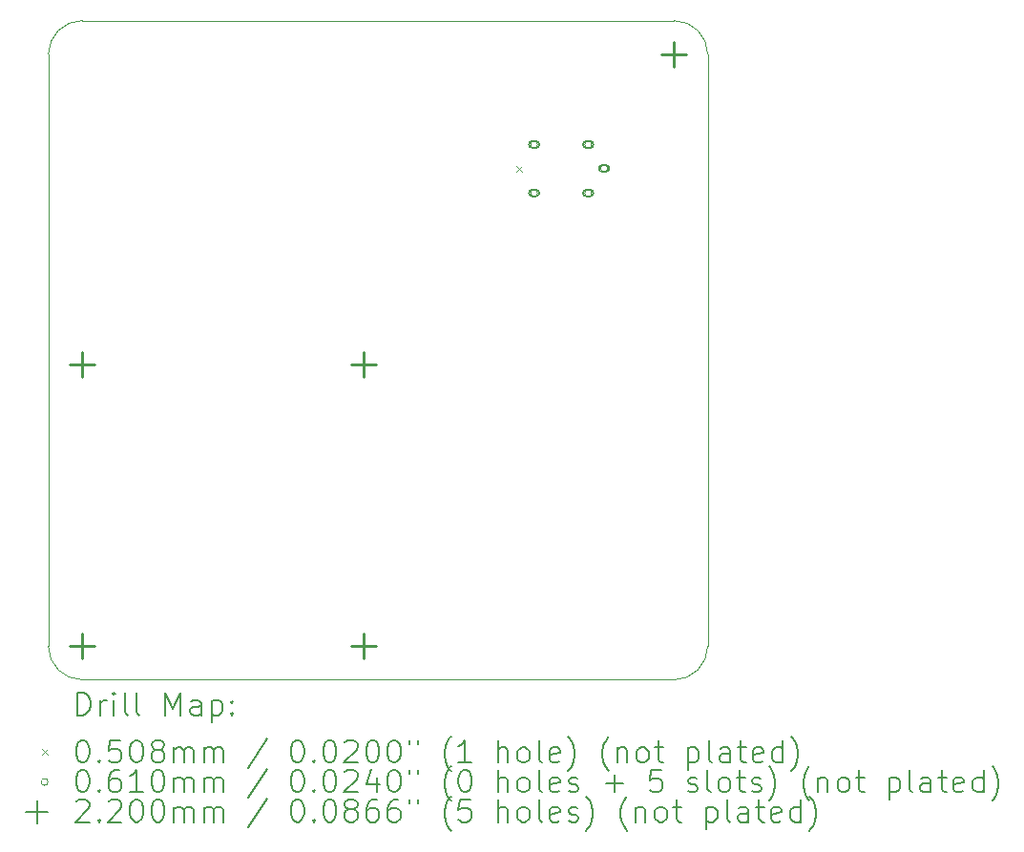
<source format=gbr>
%TF.GenerationSoftware,KiCad,Pcbnew,7.0.6*%
%TF.CreationDate,2024-03-18T22:30:34-04:00*%
%TF.ProjectId,Transmitter,5472616e-736d-4697-9474-65722e6b6963,rev?*%
%TF.SameCoordinates,Original*%
%TF.FileFunction,Drillmap*%
%TF.FilePolarity,Positive*%
%FSLAX45Y45*%
G04 Gerber Fmt 4.5, Leading zero omitted, Abs format (unit mm)*
G04 Created by KiCad (PCBNEW 7.0.6) date 2024-03-18 22:30:34*
%MOMM*%
%LPD*%
G01*
G04 APERTURE LIST*
%ADD10C,0.050000*%
%ADD11C,0.200000*%
%ADD12C,0.050800*%
%ADD13C,0.060960*%
%ADD14C,0.220000*%
G04 APERTURE END LIST*
D10*
X13750000Y-5700000D02*
G75*
G03*
X13450000Y-6000000I2132J-302132D01*
G01*
X13450000Y-6000000D02*
X13450000Y-11250000D01*
X19300000Y-11250000D02*
X19300000Y-6000000D01*
X19300000Y-6000000D02*
G75*
G03*
X19000000Y-5700000I-300000J0D01*
G01*
X13750000Y-11550000D02*
X19000000Y-11550000D01*
X19000000Y-5700000D02*
X13750000Y-5700000D01*
X13450000Y-11250000D02*
G75*
G03*
X13750000Y-11550000I300000J0D01*
G01*
X19000000Y-11550000D02*
G75*
G03*
X19300000Y-11250000I0J300000D01*
G01*
D11*
D12*
X17599600Y-6989600D02*
X17650400Y-7040400D01*
X17650400Y-6989600D02*
X17599600Y-7040400D01*
D13*
X17790480Y-6800000D02*
G75*
G03*
X17790480Y-6800000I-30480J0D01*
G01*
D11*
X17745000Y-6830480D02*
X17775000Y-6830480D01*
X17775000Y-6830480D02*
G75*
G03*
X17775000Y-6769520I0J30480D01*
G01*
X17775000Y-6769520D02*
X17745000Y-6769520D01*
X17745000Y-6769520D02*
G75*
G03*
X17745000Y-6830480I0J-30480D01*
G01*
D13*
X17790480Y-7230000D02*
G75*
G03*
X17790480Y-7230000I-30480J0D01*
G01*
D11*
X17745000Y-7260480D02*
X17775000Y-7260480D01*
X17775000Y-7260480D02*
G75*
G03*
X17775000Y-7199520I0J30480D01*
G01*
X17775000Y-7199520D02*
X17745000Y-7199520D01*
X17745000Y-7199520D02*
G75*
G03*
X17745000Y-7260480I0J-30480D01*
G01*
D13*
X18270480Y-6800000D02*
G75*
G03*
X18270480Y-6800000I-30480J0D01*
G01*
D11*
X18225000Y-6830480D02*
X18255000Y-6830480D01*
X18255000Y-6830480D02*
G75*
G03*
X18255000Y-6769520I0J30480D01*
G01*
X18255000Y-6769520D02*
X18225000Y-6769520D01*
X18225000Y-6769520D02*
G75*
G03*
X18225000Y-6830480I0J-30480D01*
G01*
D13*
X18270480Y-7230000D02*
G75*
G03*
X18270480Y-7230000I-30480J0D01*
G01*
D11*
X18225000Y-7260480D02*
X18255000Y-7260480D01*
X18255000Y-7260480D02*
G75*
G03*
X18255000Y-7199520I0J30480D01*
G01*
X18255000Y-7199520D02*
X18225000Y-7199520D01*
X18225000Y-7199520D02*
G75*
G03*
X18225000Y-7260480I0J-30480D01*
G01*
D13*
X18410480Y-7012500D02*
G75*
G03*
X18410480Y-7012500I-30480J0D01*
G01*
D11*
X18365000Y-7042980D02*
X18395000Y-7042980D01*
X18395000Y-7042980D02*
G75*
G03*
X18395000Y-6982020I0J30480D01*
G01*
X18395000Y-6982020D02*
X18365000Y-6982020D01*
X18365000Y-6982020D02*
G75*
G03*
X18365000Y-7042980I0J-30480D01*
G01*
D14*
X13750000Y-8640000D02*
X13750000Y-8860000D01*
X13640000Y-8750000D02*
X13860000Y-8750000D01*
X13750000Y-11140000D02*
X13750000Y-11360000D01*
X13640000Y-11250000D02*
X13860000Y-11250000D01*
X16250000Y-8640000D02*
X16250000Y-8860000D01*
X16140000Y-8750000D02*
X16360000Y-8750000D01*
X16250000Y-11140000D02*
X16250000Y-11360000D01*
X16140000Y-11250000D02*
X16360000Y-11250000D01*
X19000000Y-5890000D02*
X19000000Y-6110000D01*
X18890000Y-6000000D02*
X19110000Y-6000000D01*
D11*
X13708277Y-11863984D02*
X13708277Y-11663984D01*
X13708277Y-11663984D02*
X13755896Y-11663984D01*
X13755896Y-11663984D02*
X13784467Y-11673508D01*
X13784467Y-11673508D02*
X13803515Y-11692555D01*
X13803515Y-11692555D02*
X13813039Y-11711603D01*
X13813039Y-11711603D02*
X13822562Y-11749698D01*
X13822562Y-11749698D02*
X13822562Y-11778269D01*
X13822562Y-11778269D02*
X13813039Y-11816365D01*
X13813039Y-11816365D02*
X13803515Y-11835412D01*
X13803515Y-11835412D02*
X13784467Y-11854460D01*
X13784467Y-11854460D02*
X13755896Y-11863984D01*
X13755896Y-11863984D02*
X13708277Y-11863984D01*
X13908277Y-11863984D02*
X13908277Y-11730650D01*
X13908277Y-11768746D02*
X13917801Y-11749698D01*
X13917801Y-11749698D02*
X13927324Y-11740174D01*
X13927324Y-11740174D02*
X13946372Y-11730650D01*
X13946372Y-11730650D02*
X13965420Y-11730650D01*
X14032086Y-11863984D02*
X14032086Y-11730650D01*
X14032086Y-11663984D02*
X14022562Y-11673508D01*
X14022562Y-11673508D02*
X14032086Y-11683031D01*
X14032086Y-11683031D02*
X14041610Y-11673508D01*
X14041610Y-11673508D02*
X14032086Y-11663984D01*
X14032086Y-11663984D02*
X14032086Y-11683031D01*
X14155896Y-11863984D02*
X14136848Y-11854460D01*
X14136848Y-11854460D02*
X14127324Y-11835412D01*
X14127324Y-11835412D02*
X14127324Y-11663984D01*
X14260658Y-11863984D02*
X14241610Y-11854460D01*
X14241610Y-11854460D02*
X14232086Y-11835412D01*
X14232086Y-11835412D02*
X14232086Y-11663984D01*
X14489229Y-11863984D02*
X14489229Y-11663984D01*
X14489229Y-11663984D02*
X14555896Y-11806841D01*
X14555896Y-11806841D02*
X14622562Y-11663984D01*
X14622562Y-11663984D02*
X14622562Y-11863984D01*
X14803515Y-11863984D02*
X14803515Y-11759222D01*
X14803515Y-11759222D02*
X14793991Y-11740174D01*
X14793991Y-11740174D02*
X14774943Y-11730650D01*
X14774943Y-11730650D02*
X14736848Y-11730650D01*
X14736848Y-11730650D02*
X14717801Y-11740174D01*
X14803515Y-11854460D02*
X14784467Y-11863984D01*
X14784467Y-11863984D02*
X14736848Y-11863984D01*
X14736848Y-11863984D02*
X14717801Y-11854460D01*
X14717801Y-11854460D02*
X14708277Y-11835412D01*
X14708277Y-11835412D02*
X14708277Y-11816365D01*
X14708277Y-11816365D02*
X14717801Y-11797317D01*
X14717801Y-11797317D02*
X14736848Y-11787793D01*
X14736848Y-11787793D02*
X14784467Y-11787793D01*
X14784467Y-11787793D02*
X14803515Y-11778269D01*
X14898753Y-11730650D02*
X14898753Y-11930650D01*
X14898753Y-11740174D02*
X14917801Y-11730650D01*
X14917801Y-11730650D02*
X14955896Y-11730650D01*
X14955896Y-11730650D02*
X14974943Y-11740174D01*
X14974943Y-11740174D02*
X14984467Y-11749698D01*
X14984467Y-11749698D02*
X14993991Y-11768746D01*
X14993991Y-11768746D02*
X14993991Y-11825888D01*
X14993991Y-11825888D02*
X14984467Y-11844936D01*
X14984467Y-11844936D02*
X14974943Y-11854460D01*
X14974943Y-11854460D02*
X14955896Y-11863984D01*
X14955896Y-11863984D02*
X14917801Y-11863984D01*
X14917801Y-11863984D02*
X14898753Y-11854460D01*
X15079705Y-11844936D02*
X15089229Y-11854460D01*
X15089229Y-11854460D02*
X15079705Y-11863984D01*
X15079705Y-11863984D02*
X15070182Y-11854460D01*
X15070182Y-11854460D02*
X15079705Y-11844936D01*
X15079705Y-11844936D02*
X15079705Y-11863984D01*
X15079705Y-11740174D02*
X15089229Y-11749698D01*
X15089229Y-11749698D02*
X15079705Y-11759222D01*
X15079705Y-11759222D02*
X15070182Y-11749698D01*
X15070182Y-11749698D02*
X15079705Y-11740174D01*
X15079705Y-11740174D02*
X15079705Y-11759222D01*
D12*
X13396700Y-12167100D02*
X13447500Y-12217900D01*
X13447500Y-12167100D02*
X13396700Y-12217900D01*
D11*
X13746372Y-12083984D02*
X13765420Y-12083984D01*
X13765420Y-12083984D02*
X13784467Y-12093508D01*
X13784467Y-12093508D02*
X13793991Y-12103031D01*
X13793991Y-12103031D02*
X13803515Y-12122079D01*
X13803515Y-12122079D02*
X13813039Y-12160174D01*
X13813039Y-12160174D02*
X13813039Y-12207793D01*
X13813039Y-12207793D02*
X13803515Y-12245888D01*
X13803515Y-12245888D02*
X13793991Y-12264936D01*
X13793991Y-12264936D02*
X13784467Y-12274460D01*
X13784467Y-12274460D02*
X13765420Y-12283984D01*
X13765420Y-12283984D02*
X13746372Y-12283984D01*
X13746372Y-12283984D02*
X13727324Y-12274460D01*
X13727324Y-12274460D02*
X13717801Y-12264936D01*
X13717801Y-12264936D02*
X13708277Y-12245888D01*
X13708277Y-12245888D02*
X13698753Y-12207793D01*
X13698753Y-12207793D02*
X13698753Y-12160174D01*
X13698753Y-12160174D02*
X13708277Y-12122079D01*
X13708277Y-12122079D02*
X13717801Y-12103031D01*
X13717801Y-12103031D02*
X13727324Y-12093508D01*
X13727324Y-12093508D02*
X13746372Y-12083984D01*
X13898753Y-12264936D02*
X13908277Y-12274460D01*
X13908277Y-12274460D02*
X13898753Y-12283984D01*
X13898753Y-12283984D02*
X13889229Y-12274460D01*
X13889229Y-12274460D02*
X13898753Y-12264936D01*
X13898753Y-12264936D02*
X13898753Y-12283984D01*
X14089229Y-12083984D02*
X13993991Y-12083984D01*
X13993991Y-12083984D02*
X13984467Y-12179222D01*
X13984467Y-12179222D02*
X13993991Y-12169698D01*
X13993991Y-12169698D02*
X14013039Y-12160174D01*
X14013039Y-12160174D02*
X14060658Y-12160174D01*
X14060658Y-12160174D02*
X14079705Y-12169698D01*
X14079705Y-12169698D02*
X14089229Y-12179222D01*
X14089229Y-12179222D02*
X14098753Y-12198269D01*
X14098753Y-12198269D02*
X14098753Y-12245888D01*
X14098753Y-12245888D02*
X14089229Y-12264936D01*
X14089229Y-12264936D02*
X14079705Y-12274460D01*
X14079705Y-12274460D02*
X14060658Y-12283984D01*
X14060658Y-12283984D02*
X14013039Y-12283984D01*
X14013039Y-12283984D02*
X13993991Y-12274460D01*
X13993991Y-12274460D02*
X13984467Y-12264936D01*
X14222562Y-12083984D02*
X14241610Y-12083984D01*
X14241610Y-12083984D02*
X14260658Y-12093508D01*
X14260658Y-12093508D02*
X14270182Y-12103031D01*
X14270182Y-12103031D02*
X14279705Y-12122079D01*
X14279705Y-12122079D02*
X14289229Y-12160174D01*
X14289229Y-12160174D02*
X14289229Y-12207793D01*
X14289229Y-12207793D02*
X14279705Y-12245888D01*
X14279705Y-12245888D02*
X14270182Y-12264936D01*
X14270182Y-12264936D02*
X14260658Y-12274460D01*
X14260658Y-12274460D02*
X14241610Y-12283984D01*
X14241610Y-12283984D02*
X14222562Y-12283984D01*
X14222562Y-12283984D02*
X14203515Y-12274460D01*
X14203515Y-12274460D02*
X14193991Y-12264936D01*
X14193991Y-12264936D02*
X14184467Y-12245888D01*
X14184467Y-12245888D02*
X14174943Y-12207793D01*
X14174943Y-12207793D02*
X14174943Y-12160174D01*
X14174943Y-12160174D02*
X14184467Y-12122079D01*
X14184467Y-12122079D02*
X14193991Y-12103031D01*
X14193991Y-12103031D02*
X14203515Y-12093508D01*
X14203515Y-12093508D02*
X14222562Y-12083984D01*
X14403515Y-12169698D02*
X14384467Y-12160174D01*
X14384467Y-12160174D02*
X14374943Y-12150650D01*
X14374943Y-12150650D02*
X14365420Y-12131603D01*
X14365420Y-12131603D02*
X14365420Y-12122079D01*
X14365420Y-12122079D02*
X14374943Y-12103031D01*
X14374943Y-12103031D02*
X14384467Y-12093508D01*
X14384467Y-12093508D02*
X14403515Y-12083984D01*
X14403515Y-12083984D02*
X14441610Y-12083984D01*
X14441610Y-12083984D02*
X14460658Y-12093508D01*
X14460658Y-12093508D02*
X14470182Y-12103031D01*
X14470182Y-12103031D02*
X14479705Y-12122079D01*
X14479705Y-12122079D02*
X14479705Y-12131603D01*
X14479705Y-12131603D02*
X14470182Y-12150650D01*
X14470182Y-12150650D02*
X14460658Y-12160174D01*
X14460658Y-12160174D02*
X14441610Y-12169698D01*
X14441610Y-12169698D02*
X14403515Y-12169698D01*
X14403515Y-12169698D02*
X14384467Y-12179222D01*
X14384467Y-12179222D02*
X14374943Y-12188746D01*
X14374943Y-12188746D02*
X14365420Y-12207793D01*
X14365420Y-12207793D02*
X14365420Y-12245888D01*
X14365420Y-12245888D02*
X14374943Y-12264936D01*
X14374943Y-12264936D02*
X14384467Y-12274460D01*
X14384467Y-12274460D02*
X14403515Y-12283984D01*
X14403515Y-12283984D02*
X14441610Y-12283984D01*
X14441610Y-12283984D02*
X14460658Y-12274460D01*
X14460658Y-12274460D02*
X14470182Y-12264936D01*
X14470182Y-12264936D02*
X14479705Y-12245888D01*
X14479705Y-12245888D02*
X14479705Y-12207793D01*
X14479705Y-12207793D02*
X14470182Y-12188746D01*
X14470182Y-12188746D02*
X14460658Y-12179222D01*
X14460658Y-12179222D02*
X14441610Y-12169698D01*
X14565420Y-12283984D02*
X14565420Y-12150650D01*
X14565420Y-12169698D02*
X14574943Y-12160174D01*
X14574943Y-12160174D02*
X14593991Y-12150650D01*
X14593991Y-12150650D02*
X14622563Y-12150650D01*
X14622563Y-12150650D02*
X14641610Y-12160174D01*
X14641610Y-12160174D02*
X14651134Y-12179222D01*
X14651134Y-12179222D02*
X14651134Y-12283984D01*
X14651134Y-12179222D02*
X14660658Y-12160174D01*
X14660658Y-12160174D02*
X14679705Y-12150650D01*
X14679705Y-12150650D02*
X14708277Y-12150650D01*
X14708277Y-12150650D02*
X14727324Y-12160174D01*
X14727324Y-12160174D02*
X14736848Y-12179222D01*
X14736848Y-12179222D02*
X14736848Y-12283984D01*
X14832086Y-12283984D02*
X14832086Y-12150650D01*
X14832086Y-12169698D02*
X14841610Y-12160174D01*
X14841610Y-12160174D02*
X14860658Y-12150650D01*
X14860658Y-12150650D02*
X14889229Y-12150650D01*
X14889229Y-12150650D02*
X14908277Y-12160174D01*
X14908277Y-12160174D02*
X14917801Y-12179222D01*
X14917801Y-12179222D02*
X14917801Y-12283984D01*
X14917801Y-12179222D02*
X14927324Y-12160174D01*
X14927324Y-12160174D02*
X14946372Y-12150650D01*
X14946372Y-12150650D02*
X14974943Y-12150650D01*
X14974943Y-12150650D02*
X14993991Y-12160174D01*
X14993991Y-12160174D02*
X15003515Y-12179222D01*
X15003515Y-12179222D02*
X15003515Y-12283984D01*
X15393991Y-12074460D02*
X15222563Y-12331603D01*
X15651134Y-12083984D02*
X15670182Y-12083984D01*
X15670182Y-12083984D02*
X15689229Y-12093508D01*
X15689229Y-12093508D02*
X15698753Y-12103031D01*
X15698753Y-12103031D02*
X15708277Y-12122079D01*
X15708277Y-12122079D02*
X15717801Y-12160174D01*
X15717801Y-12160174D02*
X15717801Y-12207793D01*
X15717801Y-12207793D02*
X15708277Y-12245888D01*
X15708277Y-12245888D02*
X15698753Y-12264936D01*
X15698753Y-12264936D02*
X15689229Y-12274460D01*
X15689229Y-12274460D02*
X15670182Y-12283984D01*
X15670182Y-12283984D02*
X15651134Y-12283984D01*
X15651134Y-12283984D02*
X15632086Y-12274460D01*
X15632086Y-12274460D02*
X15622563Y-12264936D01*
X15622563Y-12264936D02*
X15613039Y-12245888D01*
X15613039Y-12245888D02*
X15603515Y-12207793D01*
X15603515Y-12207793D02*
X15603515Y-12160174D01*
X15603515Y-12160174D02*
X15613039Y-12122079D01*
X15613039Y-12122079D02*
X15622563Y-12103031D01*
X15622563Y-12103031D02*
X15632086Y-12093508D01*
X15632086Y-12093508D02*
X15651134Y-12083984D01*
X15803515Y-12264936D02*
X15813039Y-12274460D01*
X15813039Y-12274460D02*
X15803515Y-12283984D01*
X15803515Y-12283984D02*
X15793991Y-12274460D01*
X15793991Y-12274460D02*
X15803515Y-12264936D01*
X15803515Y-12264936D02*
X15803515Y-12283984D01*
X15936848Y-12083984D02*
X15955896Y-12083984D01*
X15955896Y-12083984D02*
X15974944Y-12093508D01*
X15974944Y-12093508D02*
X15984467Y-12103031D01*
X15984467Y-12103031D02*
X15993991Y-12122079D01*
X15993991Y-12122079D02*
X16003515Y-12160174D01*
X16003515Y-12160174D02*
X16003515Y-12207793D01*
X16003515Y-12207793D02*
X15993991Y-12245888D01*
X15993991Y-12245888D02*
X15984467Y-12264936D01*
X15984467Y-12264936D02*
X15974944Y-12274460D01*
X15974944Y-12274460D02*
X15955896Y-12283984D01*
X15955896Y-12283984D02*
X15936848Y-12283984D01*
X15936848Y-12283984D02*
X15917801Y-12274460D01*
X15917801Y-12274460D02*
X15908277Y-12264936D01*
X15908277Y-12264936D02*
X15898753Y-12245888D01*
X15898753Y-12245888D02*
X15889229Y-12207793D01*
X15889229Y-12207793D02*
X15889229Y-12160174D01*
X15889229Y-12160174D02*
X15898753Y-12122079D01*
X15898753Y-12122079D02*
X15908277Y-12103031D01*
X15908277Y-12103031D02*
X15917801Y-12093508D01*
X15917801Y-12093508D02*
X15936848Y-12083984D01*
X16079706Y-12103031D02*
X16089229Y-12093508D01*
X16089229Y-12093508D02*
X16108277Y-12083984D01*
X16108277Y-12083984D02*
X16155896Y-12083984D01*
X16155896Y-12083984D02*
X16174944Y-12093508D01*
X16174944Y-12093508D02*
X16184467Y-12103031D01*
X16184467Y-12103031D02*
X16193991Y-12122079D01*
X16193991Y-12122079D02*
X16193991Y-12141127D01*
X16193991Y-12141127D02*
X16184467Y-12169698D01*
X16184467Y-12169698D02*
X16070182Y-12283984D01*
X16070182Y-12283984D02*
X16193991Y-12283984D01*
X16317801Y-12083984D02*
X16336848Y-12083984D01*
X16336848Y-12083984D02*
X16355896Y-12093508D01*
X16355896Y-12093508D02*
X16365420Y-12103031D01*
X16365420Y-12103031D02*
X16374944Y-12122079D01*
X16374944Y-12122079D02*
X16384467Y-12160174D01*
X16384467Y-12160174D02*
X16384467Y-12207793D01*
X16384467Y-12207793D02*
X16374944Y-12245888D01*
X16374944Y-12245888D02*
X16365420Y-12264936D01*
X16365420Y-12264936D02*
X16355896Y-12274460D01*
X16355896Y-12274460D02*
X16336848Y-12283984D01*
X16336848Y-12283984D02*
X16317801Y-12283984D01*
X16317801Y-12283984D02*
X16298753Y-12274460D01*
X16298753Y-12274460D02*
X16289229Y-12264936D01*
X16289229Y-12264936D02*
X16279706Y-12245888D01*
X16279706Y-12245888D02*
X16270182Y-12207793D01*
X16270182Y-12207793D02*
X16270182Y-12160174D01*
X16270182Y-12160174D02*
X16279706Y-12122079D01*
X16279706Y-12122079D02*
X16289229Y-12103031D01*
X16289229Y-12103031D02*
X16298753Y-12093508D01*
X16298753Y-12093508D02*
X16317801Y-12083984D01*
X16508277Y-12083984D02*
X16527325Y-12083984D01*
X16527325Y-12083984D02*
X16546372Y-12093508D01*
X16546372Y-12093508D02*
X16555896Y-12103031D01*
X16555896Y-12103031D02*
X16565420Y-12122079D01*
X16565420Y-12122079D02*
X16574944Y-12160174D01*
X16574944Y-12160174D02*
X16574944Y-12207793D01*
X16574944Y-12207793D02*
X16565420Y-12245888D01*
X16565420Y-12245888D02*
X16555896Y-12264936D01*
X16555896Y-12264936D02*
X16546372Y-12274460D01*
X16546372Y-12274460D02*
X16527325Y-12283984D01*
X16527325Y-12283984D02*
X16508277Y-12283984D01*
X16508277Y-12283984D02*
X16489229Y-12274460D01*
X16489229Y-12274460D02*
X16479706Y-12264936D01*
X16479706Y-12264936D02*
X16470182Y-12245888D01*
X16470182Y-12245888D02*
X16460658Y-12207793D01*
X16460658Y-12207793D02*
X16460658Y-12160174D01*
X16460658Y-12160174D02*
X16470182Y-12122079D01*
X16470182Y-12122079D02*
X16479706Y-12103031D01*
X16479706Y-12103031D02*
X16489229Y-12093508D01*
X16489229Y-12093508D02*
X16508277Y-12083984D01*
X16651134Y-12083984D02*
X16651134Y-12122079D01*
X16727325Y-12083984D02*
X16727325Y-12122079D01*
X17022563Y-12360174D02*
X17013039Y-12350650D01*
X17013039Y-12350650D02*
X16993991Y-12322079D01*
X16993991Y-12322079D02*
X16984468Y-12303031D01*
X16984468Y-12303031D02*
X16974944Y-12274460D01*
X16974944Y-12274460D02*
X16965420Y-12226841D01*
X16965420Y-12226841D02*
X16965420Y-12188746D01*
X16965420Y-12188746D02*
X16974944Y-12141127D01*
X16974944Y-12141127D02*
X16984468Y-12112555D01*
X16984468Y-12112555D02*
X16993991Y-12093508D01*
X16993991Y-12093508D02*
X17013039Y-12064936D01*
X17013039Y-12064936D02*
X17022563Y-12055412D01*
X17203515Y-12283984D02*
X17089230Y-12283984D01*
X17146372Y-12283984D02*
X17146372Y-12083984D01*
X17146372Y-12083984D02*
X17127325Y-12112555D01*
X17127325Y-12112555D02*
X17108277Y-12131603D01*
X17108277Y-12131603D02*
X17089230Y-12141127D01*
X17441611Y-12283984D02*
X17441611Y-12083984D01*
X17527325Y-12283984D02*
X17527325Y-12179222D01*
X17527325Y-12179222D02*
X17517801Y-12160174D01*
X17517801Y-12160174D02*
X17498753Y-12150650D01*
X17498753Y-12150650D02*
X17470182Y-12150650D01*
X17470182Y-12150650D02*
X17451134Y-12160174D01*
X17451134Y-12160174D02*
X17441611Y-12169698D01*
X17651134Y-12283984D02*
X17632087Y-12274460D01*
X17632087Y-12274460D02*
X17622563Y-12264936D01*
X17622563Y-12264936D02*
X17613039Y-12245888D01*
X17613039Y-12245888D02*
X17613039Y-12188746D01*
X17613039Y-12188746D02*
X17622563Y-12169698D01*
X17622563Y-12169698D02*
X17632087Y-12160174D01*
X17632087Y-12160174D02*
X17651134Y-12150650D01*
X17651134Y-12150650D02*
X17679706Y-12150650D01*
X17679706Y-12150650D02*
X17698753Y-12160174D01*
X17698753Y-12160174D02*
X17708277Y-12169698D01*
X17708277Y-12169698D02*
X17717801Y-12188746D01*
X17717801Y-12188746D02*
X17717801Y-12245888D01*
X17717801Y-12245888D02*
X17708277Y-12264936D01*
X17708277Y-12264936D02*
X17698753Y-12274460D01*
X17698753Y-12274460D02*
X17679706Y-12283984D01*
X17679706Y-12283984D02*
X17651134Y-12283984D01*
X17832087Y-12283984D02*
X17813039Y-12274460D01*
X17813039Y-12274460D02*
X17803515Y-12255412D01*
X17803515Y-12255412D02*
X17803515Y-12083984D01*
X17984468Y-12274460D02*
X17965420Y-12283984D01*
X17965420Y-12283984D02*
X17927325Y-12283984D01*
X17927325Y-12283984D02*
X17908277Y-12274460D01*
X17908277Y-12274460D02*
X17898753Y-12255412D01*
X17898753Y-12255412D02*
X17898753Y-12179222D01*
X17898753Y-12179222D02*
X17908277Y-12160174D01*
X17908277Y-12160174D02*
X17927325Y-12150650D01*
X17927325Y-12150650D02*
X17965420Y-12150650D01*
X17965420Y-12150650D02*
X17984468Y-12160174D01*
X17984468Y-12160174D02*
X17993992Y-12179222D01*
X17993992Y-12179222D02*
X17993992Y-12198269D01*
X17993992Y-12198269D02*
X17898753Y-12217317D01*
X18060658Y-12360174D02*
X18070182Y-12350650D01*
X18070182Y-12350650D02*
X18089230Y-12322079D01*
X18089230Y-12322079D02*
X18098753Y-12303031D01*
X18098753Y-12303031D02*
X18108277Y-12274460D01*
X18108277Y-12274460D02*
X18117801Y-12226841D01*
X18117801Y-12226841D02*
X18117801Y-12188746D01*
X18117801Y-12188746D02*
X18108277Y-12141127D01*
X18108277Y-12141127D02*
X18098753Y-12112555D01*
X18098753Y-12112555D02*
X18089230Y-12093508D01*
X18089230Y-12093508D02*
X18070182Y-12064936D01*
X18070182Y-12064936D02*
X18060658Y-12055412D01*
X18422563Y-12360174D02*
X18413039Y-12350650D01*
X18413039Y-12350650D02*
X18393992Y-12322079D01*
X18393992Y-12322079D02*
X18384468Y-12303031D01*
X18384468Y-12303031D02*
X18374944Y-12274460D01*
X18374944Y-12274460D02*
X18365420Y-12226841D01*
X18365420Y-12226841D02*
X18365420Y-12188746D01*
X18365420Y-12188746D02*
X18374944Y-12141127D01*
X18374944Y-12141127D02*
X18384468Y-12112555D01*
X18384468Y-12112555D02*
X18393992Y-12093508D01*
X18393992Y-12093508D02*
X18413039Y-12064936D01*
X18413039Y-12064936D02*
X18422563Y-12055412D01*
X18498753Y-12150650D02*
X18498753Y-12283984D01*
X18498753Y-12169698D02*
X18508277Y-12160174D01*
X18508277Y-12160174D02*
X18527325Y-12150650D01*
X18527325Y-12150650D02*
X18555896Y-12150650D01*
X18555896Y-12150650D02*
X18574944Y-12160174D01*
X18574944Y-12160174D02*
X18584468Y-12179222D01*
X18584468Y-12179222D02*
X18584468Y-12283984D01*
X18708277Y-12283984D02*
X18689230Y-12274460D01*
X18689230Y-12274460D02*
X18679706Y-12264936D01*
X18679706Y-12264936D02*
X18670182Y-12245888D01*
X18670182Y-12245888D02*
X18670182Y-12188746D01*
X18670182Y-12188746D02*
X18679706Y-12169698D01*
X18679706Y-12169698D02*
X18689230Y-12160174D01*
X18689230Y-12160174D02*
X18708277Y-12150650D01*
X18708277Y-12150650D02*
X18736849Y-12150650D01*
X18736849Y-12150650D02*
X18755896Y-12160174D01*
X18755896Y-12160174D02*
X18765420Y-12169698D01*
X18765420Y-12169698D02*
X18774944Y-12188746D01*
X18774944Y-12188746D02*
X18774944Y-12245888D01*
X18774944Y-12245888D02*
X18765420Y-12264936D01*
X18765420Y-12264936D02*
X18755896Y-12274460D01*
X18755896Y-12274460D02*
X18736849Y-12283984D01*
X18736849Y-12283984D02*
X18708277Y-12283984D01*
X18832087Y-12150650D02*
X18908277Y-12150650D01*
X18860658Y-12083984D02*
X18860658Y-12255412D01*
X18860658Y-12255412D02*
X18870182Y-12274460D01*
X18870182Y-12274460D02*
X18889230Y-12283984D01*
X18889230Y-12283984D02*
X18908277Y-12283984D01*
X19127325Y-12150650D02*
X19127325Y-12350650D01*
X19127325Y-12160174D02*
X19146373Y-12150650D01*
X19146373Y-12150650D02*
X19184468Y-12150650D01*
X19184468Y-12150650D02*
X19203515Y-12160174D01*
X19203515Y-12160174D02*
X19213039Y-12169698D01*
X19213039Y-12169698D02*
X19222563Y-12188746D01*
X19222563Y-12188746D02*
X19222563Y-12245888D01*
X19222563Y-12245888D02*
X19213039Y-12264936D01*
X19213039Y-12264936D02*
X19203515Y-12274460D01*
X19203515Y-12274460D02*
X19184468Y-12283984D01*
X19184468Y-12283984D02*
X19146373Y-12283984D01*
X19146373Y-12283984D02*
X19127325Y-12274460D01*
X19336849Y-12283984D02*
X19317801Y-12274460D01*
X19317801Y-12274460D02*
X19308277Y-12255412D01*
X19308277Y-12255412D02*
X19308277Y-12083984D01*
X19498754Y-12283984D02*
X19498754Y-12179222D01*
X19498754Y-12179222D02*
X19489230Y-12160174D01*
X19489230Y-12160174D02*
X19470182Y-12150650D01*
X19470182Y-12150650D02*
X19432087Y-12150650D01*
X19432087Y-12150650D02*
X19413039Y-12160174D01*
X19498754Y-12274460D02*
X19479706Y-12283984D01*
X19479706Y-12283984D02*
X19432087Y-12283984D01*
X19432087Y-12283984D02*
X19413039Y-12274460D01*
X19413039Y-12274460D02*
X19403515Y-12255412D01*
X19403515Y-12255412D02*
X19403515Y-12236365D01*
X19403515Y-12236365D02*
X19413039Y-12217317D01*
X19413039Y-12217317D02*
X19432087Y-12207793D01*
X19432087Y-12207793D02*
X19479706Y-12207793D01*
X19479706Y-12207793D02*
X19498754Y-12198269D01*
X19565420Y-12150650D02*
X19641611Y-12150650D01*
X19593992Y-12083984D02*
X19593992Y-12255412D01*
X19593992Y-12255412D02*
X19603515Y-12274460D01*
X19603515Y-12274460D02*
X19622563Y-12283984D01*
X19622563Y-12283984D02*
X19641611Y-12283984D01*
X19784468Y-12274460D02*
X19765420Y-12283984D01*
X19765420Y-12283984D02*
X19727325Y-12283984D01*
X19727325Y-12283984D02*
X19708277Y-12274460D01*
X19708277Y-12274460D02*
X19698754Y-12255412D01*
X19698754Y-12255412D02*
X19698754Y-12179222D01*
X19698754Y-12179222D02*
X19708277Y-12160174D01*
X19708277Y-12160174D02*
X19727325Y-12150650D01*
X19727325Y-12150650D02*
X19765420Y-12150650D01*
X19765420Y-12150650D02*
X19784468Y-12160174D01*
X19784468Y-12160174D02*
X19793992Y-12179222D01*
X19793992Y-12179222D02*
X19793992Y-12198269D01*
X19793992Y-12198269D02*
X19698754Y-12217317D01*
X19965420Y-12283984D02*
X19965420Y-12083984D01*
X19965420Y-12274460D02*
X19946373Y-12283984D01*
X19946373Y-12283984D02*
X19908277Y-12283984D01*
X19908277Y-12283984D02*
X19889230Y-12274460D01*
X19889230Y-12274460D02*
X19879706Y-12264936D01*
X19879706Y-12264936D02*
X19870182Y-12245888D01*
X19870182Y-12245888D02*
X19870182Y-12188746D01*
X19870182Y-12188746D02*
X19879706Y-12169698D01*
X19879706Y-12169698D02*
X19889230Y-12160174D01*
X19889230Y-12160174D02*
X19908277Y-12150650D01*
X19908277Y-12150650D02*
X19946373Y-12150650D01*
X19946373Y-12150650D02*
X19965420Y-12160174D01*
X20041611Y-12360174D02*
X20051135Y-12350650D01*
X20051135Y-12350650D02*
X20070182Y-12322079D01*
X20070182Y-12322079D02*
X20079706Y-12303031D01*
X20079706Y-12303031D02*
X20089230Y-12274460D01*
X20089230Y-12274460D02*
X20098754Y-12226841D01*
X20098754Y-12226841D02*
X20098754Y-12188746D01*
X20098754Y-12188746D02*
X20089230Y-12141127D01*
X20089230Y-12141127D02*
X20079706Y-12112555D01*
X20079706Y-12112555D02*
X20070182Y-12093508D01*
X20070182Y-12093508D02*
X20051135Y-12064936D01*
X20051135Y-12064936D02*
X20041611Y-12055412D01*
D13*
X13447500Y-12456500D02*
G75*
G03*
X13447500Y-12456500I-30480J0D01*
G01*
D11*
X13746372Y-12347984D02*
X13765420Y-12347984D01*
X13765420Y-12347984D02*
X13784467Y-12357508D01*
X13784467Y-12357508D02*
X13793991Y-12367031D01*
X13793991Y-12367031D02*
X13803515Y-12386079D01*
X13803515Y-12386079D02*
X13813039Y-12424174D01*
X13813039Y-12424174D02*
X13813039Y-12471793D01*
X13813039Y-12471793D02*
X13803515Y-12509888D01*
X13803515Y-12509888D02*
X13793991Y-12528936D01*
X13793991Y-12528936D02*
X13784467Y-12538460D01*
X13784467Y-12538460D02*
X13765420Y-12547984D01*
X13765420Y-12547984D02*
X13746372Y-12547984D01*
X13746372Y-12547984D02*
X13727324Y-12538460D01*
X13727324Y-12538460D02*
X13717801Y-12528936D01*
X13717801Y-12528936D02*
X13708277Y-12509888D01*
X13708277Y-12509888D02*
X13698753Y-12471793D01*
X13698753Y-12471793D02*
X13698753Y-12424174D01*
X13698753Y-12424174D02*
X13708277Y-12386079D01*
X13708277Y-12386079D02*
X13717801Y-12367031D01*
X13717801Y-12367031D02*
X13727324Y-12357508D01*
X13727324Y-12357508D02*
X13746372Y-12347984D01*
X13898753Y-12528936D02*
X13908277Y-12538460D01*
X13908277Y-12538460D02*
X13898753Y-12547984D01*
X13898753Y-12547984D02*
X13889229Y-12538460D01*
X13889229Y-12538460D02*
X13898753Y-12528936D01*
X13898753Y-12528936D02*
X13898753Y-12547984D01*
X14079705Y-12347984D02*
X14041610Y-12347984D01*
X14041610Y-12347984D02*
X14022562Y-12357508D01*
X14022562Y-12357508D02*
X14013039Y-12367031D01*
X14013039Y-12367031D02*
X13993991Y-12395603D01*
X13993991Y-12395603D02*
X13984467Y-12433698D01*
X13984467Y-12433698D02*
X13984467Y-12509888D01*
X13984467Y-12509888D02*
X13993991Y-12528936D01*
X13993991Y-12528936D02*
X14003515Y-12538460D01*
X14003515Y-12538460D02*
X14022562Y-12547984D01*
X14022562Y-12547984D02*
X14060658Y-12547984D01*
X14060658Y-12547984D02*
X14079705Y-12538460D01*
X14079705Y-12538460D02*
X14089229Y-12528936D01*
X14089229Y-12528936D02*
X14098753Y-12509888D01*
X14098753Y-12509888D02*
X14098753Y-12462269D01*
X14098753Y-12462269D02*
X14089229Y-12443222D01*
X14089229Y-12443222D02*
X14079705Y-12433698D01*
X14079705Y-12433698D02*
X14060658Y-12424174D01*
X14060658Y-12424174D02*
X14022562Y-12424174D01*
X14022562Y-12424174D02*
X14003515Y-12433698D01*
X14003515Y-12433698D02*
X13993991Y-12443222D01*
X13993991Y-12443222D02*
X13984467Y-12462269D01*
X14289229Y-12547984D02*
X14174943Y-12547984D01*
X14232086Y-12547984D02*
X14232086Y-12347984D01*
X14232086Y-12347984D02*
X14213039Y-12376555D01*
X14213039Y-12376555D02*
X14193991Y-12395603D01*
X14193991Y-12395603D02*
X14174943Y-12405127D01*
X14413039Y-12347984D02*
X14432086Y-12347984D01*
X14432086Y-12347984D02*
X14451134Y-12357508D01*
X14451134Y-12357508D02*
X14460658Y-12367031D01*
X14460658Y-12367031D02*
X14470182Y-12386079D01*
X14470182Y-12386079D02*
X14479705Y-12424174D01*
X14479705Y-12424174D02*
X14479705Y-12471793D01*
X14479705Y-12471793D02*
X14470182Y-12509888D01*
X14470182Y-12509888D02*
X14460658Y-12528936D01*
X14460658Y-12528936D02*
X14451134Y-12538460D01*
X14451134Y-12538460D02*
X14432086Y-12547984D01*
X14432086Y-12547984D02*
X14413039Y-12547984D01*
X14413039Y-12547984D02*
X14393991Y-12538460D01*
X14393991Y-12538460D02*
X14384467Y-12528936D01*
X14384467Y-12528936D02*
X14374943Y-12509888D01*
X14374943Y-12509888D02*
X14365420Y-12471793D01*
X14365420Y-12471793D02*
X14365420Y-12424174D01*
X14365420Y-12424174D02*
X14374943Y-12386079D01*
X14374943Y-12386079D02*
X14384467Y-12367031D01*
X14384467Y-12367031D02*
X14393991Y-12357508D01*
X14393991Y-12357508D02*
X14413039Y-12347984D01*
X14565420Y-12547984D02*
X14565420Y-12414650D01*
X14565420Y-12433698D02*
X14574943Y-12424174D01*
X14574943Y-12424174D02*
X14593991Y-12414650D01*
X14593991Y-12414650D02*
X14622563Y-12414650D01*
X14622563Y-12414650D02*
X14641610Y-12424174D01*
X14641610Y-12424174D02*
X14651134Y-12443222D01*
X14651134Y-12443222D02*
X14651134Y-12547984D01*
X14651134Y-12443222D02*
X14660658Y-12424174D01*
X14660658Y-12424174D02*
X14679705Y-12414650D01*
X14679705Y-12414650D02*
X14708277Y-12414650D01*
X14708277Y-12414650D02*
X14727324Y-12424174D01*
X14727324Y-12424174D02*
X14736848Y-12443222D01*
X14736848Y-12443222D02*
X14736848Y-12547984D01*
X14832086Y-12547984D02*
X14832086Y-12414650D01*
X14832086Y-12433698D02*
X14841610Y-12424174D01*
X14841610Y-12424174D02*
X14860658Y-12414650D01*
X14860658Y-12414650D02*
X14889229Y-12414650D01*
X14889229Y-12414650D02*
X14908277Y-12424174D01*
X14908277Y-12424174D02*
X14917801Y-12443222D01*
X14917801Y-12443222D02*
X14917801Y-12547984D01*
X14917801Y-12443222D02*
X14927324Y-12424174D01*
X14927324Y-12424174D02*
X14946372Y-12414650D01*
X14946372Y-12414650D02*
X14974943Y-12414650D01*
X14974943Y-12414650D02*
X14993991Y-12424174D01*
X14993991Y-12424174D02*
X15003515Y-12443222D01*
X15003515Y-12443222D02*
X15003515Y-12547984D01*
X15393991Y-12338460D02*
X15222563Y-12595603D01*
X15651134Y-12347984D02*
X15670182Y-12347984D01*
X15670182Y-12347984D02*
X15689229Y-12357508D01*
X15689229Y-12357508D02*
X15698753Y-12367031D01*
X15698753Y-12367031D02*
X15708277Y-12386079D01*
X15708277Y-12386079D02*
X15717801Y-12424174D01*
X15717801Y-12424174D02*
X15717801Y-12471793D01*
X15717801Y-12471793D02*
X15708277Y-12509888D01*
X15708277Y-12509888D02*
X15698753Y-12528936D01*
X15698753Y-12528936D02*
X15689229Y-12538460D01*
X15689229Y-12538460D02*
X15670182Y-12547984D01*
X15670182Y-12547984D02*
X15651134Y-12547984D01*
X15651134Y-12547984D02*
X15632086Y-12538460D01*
X15632086Y-12538460D02*
X15622563Y-12528936D01*
X15622563Y-12528936D02*
X15613039Y-12509888D01*
X15613039Y-12509888D02*
X15603515Y-12471793D01*
X15603515Y-12471793D02*
X15603515Y-12424174D01*
X15603515Y-12424174D02*
X15613039Y-12386079D01*
X15613039Y-12386079D02*
X15622563Y-12367031D01*
X15622563Y-12367031D02*
X15632086Y-12357508D01*
X15632086Y-12357508D02*
X15651134Y-12347984D01*
X15803515Y-12528936D02*
X15813039Y-12538460D01*
X15813039Y-12538460D02*
X15803515Y-12547984D01*
X15803515Y-12547984D02*
X15793991Y-12538460D01*
X15793991Y-12538460D02*
X15803515Y-12528936D01*
X15803515Y-12528936D02*
X15803515Y-12547984D01*
X15936848Y-12347984D02*
X15955896Y-12347984D01*
X15955896Y-12347984D02*
X15974944Y-12357508D01*
X15974944Y-12357508D02*
X15984467Y-12367031D01*
X15984467Y-12367031D02*
X15993991Y-12386079D01*
X15993991Y-12386079D02*
X16003515Y-12424174D01*
X16003515Y-12424174D02*
X16003515Y-12471793D01*
X16003515Y-12471793D02*
X15993991Y-12509888D01*
X15993991Y-12509888D02*
X15984467Y-12528936D01*
X15984467Y-12528936D02*
X15974944Y-12538460D01*
X15974944Y-12538460D02*
X15955896Y-12547984D01*
X15955896Y-12547984D02*
X15936848Y-12547984D01*
X15936848Y-12547984D02*
X15917801Y-12538460D01*
X15917801Y-12538460D02*
X15908277Y-12528936D01*
X15908277Y-12528936D02*
X15898753Y-12509888D01*
X15898753Y-12509888D02*
X15889229Y-12471793D01*
X15889229Y-12471793D02*
X15889229Y-12424174D01*
X15889229Y-12424174D02*
X15898753Y-12386079D01*
X15898753Y-12386079D02*
X15908277Y-12367031D01*
X15908277Y-12367031D02*
X15917801Y-12357508D01*
X15917801Y-12357508D02*
X15936848Y-12347984D01*
X16079706Y-12367031D02*
X16089229Y-12357508D01*
X16089229Y-12357508D02*
X16108277Y-12347984D01*
X16108277Y-12347984D02*
X16155896Y-12347984D01*
X16155896Y-12347984D02*
X16174944Y-12357508D01*
X16174944Y-12357508D02*
X16184467Y-12367031D01*
X16184467Y-12367031D02*
X16193991Y-12386079D01*
X16193991Y-12386079D02*
X16193991Y-12405127D01*
X16193991Y-12405127D02*
X16184467Y-12433698D01*
X16184467Y-12433698D02*
X16070182Y-12547984D01*
X16070182Y-12547984D02*
X16193991Y-12547984D01*
X16365420Y-12414650D02*
X16365420Y-12547984D01*
X16317801Y-12338460D02*
X16270182Y-12481317D01*
X16270182Y-12481317D02*
X16393991Y-12481317D01*
X16508277Y-12347984D02*
X16527325Y-12347984D01*
X16527325Y-12347984D02*
X16546372Y-12357508D01*
X16546372Y-12357508D02*
X16555896Y-12367031D01*
X16555896Y-12367031D02*
X16565420Y-12386079D01*
X16565420Y-12386079D02*
X16574944Y-12424174D01*
X16574944Y-12424174D02*
X16574944Y-12471793D01*
X16574944Y-12471793D02*
X16565420Y-12509888D01*
X16565420Y-12509888D02*
X16555896Y-12528936D01*
X16555896Y-12528936D02*
X16546372Y-12538460D01*
X16546372Y-12538460D02*
X16527325Y-12547984D01*
X16527325Y-12547984D02*
X16508277Y-12547984D01*
X16508277Y-12547984D02*
X16489229Y-12538460D01*
X16489229Y-12538460D02*
X16479706Y-12528936D01*
X16479706Y-12528936D02*
X16470182Y-12509888D01*
X16470182Y-12509888D02*
X16460658Y-12471793D01*
X16460658Y-12471793D02*
X16460658Y-12424174D01*
X16460658Y-12424174D02*
X16470182Y-12386079D01*
X16470182Y-12386079D02*
X16479706Y-12367031D01*
X16479706Y-12367031D02*
X16489229Y-12357508D01*
X16489229Y-12357508D02*
X16508277Y-12347984D01*
X16651134Y-12347984D02*
X16651134Y-12386079D01*
X16727325Y-12347984D02*
X16727325Y-12386079D01*
X17022563Y-12624174D02*
X17013039Y-12614650D01*
X17013039Y-12614650D02*
X16993991Y-12586079D01*
X16993991Y-12586079D02*
X16984468Y-12567031D01*
X16984468Y-12567031D02*
X16974944Y-12538460D01*
X16974944Y-12538460D02*
X16965420Y-12490841D01*
X16965420Y-12490841D02*
X16965420Y-12452746D01*
X16965420Y-12452746D02*
X16974944Y-12405127D01*
X16974944Y-12405127D02*
X16984468Y-12376555D01*
X16984468Y-12376555D02*
X16993991Y-12357508D01*
X16993991Y-12357508D02*
X17013039Y-12328936D01*
X17013039Y-12328936D02*
X17022563Y-12319412D01*
X17136849Y-12347984D02*
X17155896Y-12347984D01*
X17155896Y-12347984D02*
X17174944Y-12357508D01*
X17174944Y-12357508D02*
X17184468Y-12367031D01*
X17184468Y-12367031D02*
X17193991Y-12386079D01*
X17193991Y-12386079D02*
X17203515Y-12424174D01*
X17203515Y-12424174D02*
X17203515Y-12471793D01*
X17203515Y-12471793D02*
X17193991Y-12509888D01*
X17193991Y-12509888D02*
X17184468Y-12528936D01*
X17184468Y-12528936D02*
X17174944Y-12538460D01*
X17174944Y-12538460D02*
X17155896Y-12547984D01*
X17155896Y-12547984D02*
X17136849Y-12547984D01*
X17136849Y-12547984D02*
X17117801Y-12538460D01*
X17117801Y-12538460D02*
X17108277Y-12528936D01*
X17108277Y-12528936D02*
X17098753Y-12509888D01*
X17098753Y-12509888D02*
X17089230Y-12471793D01*
X17089230Y-12471793D02*
X17089230Y-12424174D01*
X17089230Y-12424174D02*
X17098753Y-12386079D01*
X17098753Y-12386079D02*
X17108277Y-12367031D01*
X17108277Y-12367031D02*
X17117801Y-12357508D01*
X17117801Y-12357508D02*
X17136849Y-12347984D01*
X17441611Y-12547984D02*
X17441611Y-12347984D01*
X17527325Y-12547984D02*
X17527325Y-12443222D01*
X17527325Y-12443222D02*
X17517801Y-12424174D01*
X17517801Y-12424174D02*
X17498753Y-12414650D01*
X17498753Y-12414650D02*
X17470182Y-12414650D01*
X17470182Y-12414650D02*
X17451134Y-12424174D01*
X17451134Y-12424174D02*
X17441611Y-12433698D01*
X17651134Y-12547984D02*
X17632087Y-12538460D01*
X17632087Y-12538460D02*
X17622563Y-12528936D01*
X17622563Y-12528936D02*
X17613039Y-12509888D01*
X17613039Y-12509888D02*
X17613039Y-12452746D01*
X17613039Y-12452746D02*
X17622563Y-12433698D01*
X17622563Y-12433698D02*
X17632087Y-12424174D01*
X17632087Y-12424174D02*
X17651134Y-12414650D01*
X17651134Y-12414650D02*
X17679706Y-12414650D01*
X17679706Y-12414650D02*
X17698753Y-12424174D01*
X17698753Y-12424174D02*
X17708277Y-12433698D01*
X17708277Y-12433698D02*
X17717801Y-12452746D01*
X17717801Y-12452746D02*
X17717801Y-12509888D01*
X17717801Y-12509888D02*
X17708277Y-12528936D01*
X17708277Y-12528936D02*
X17698753Y-12538460D01*
X17698753Y-12538460D02*
X17679706Y-12547984D01*
X17679706Y-12547984D02*
X17651134Y-12547984D01*
X17832087Y-12547984D02*
X17813039Y-12538460D01*
X17813039Y-12538460D02*
X17803515Y-12519412D01*
X17803515Y-12519412D02*
X17803515Y-12347984D01*
X17984468Y-12538460D02*
X17965420Y-12547984D01*
X17965420Y-12547984D02*
X17927325Y-12547984D01*
X17927325Y-12547984D02*
X17908277Y-12538460D01*
X17908277Y-12538460D02*
X17898753Y-12519412D01*
X17898753Y-12519412D02*
X17898753Y-12443222D01*
X17898753Y-12443222D02*
X17908277Y-12424174D01*
X17908277Y-12424174D02*
X17927325Y-12414650D01*
X17927325Y-12414650D02*
X17965420Y-12414650D01*
X17965420Y-12414650D02*
X17984468Y-12424174D01*
X17984468Y-12424174D02*
X17993992Y-12443222D01*
X17993992Y-12443222D02*
X17993992Y-12462269D01*
X17993992Y-12462269D02*
X17898753Y-12481317D01*
X18070182Y-12538460D02*
X18089230Y-12547984D01*
X18089230Y-12547984D02*
X18127325Y-12547984D01*
X18127325Y-12547984D02*
X18146373Y-12538460D01*
X18146373Y-12538460D02*
X18155896Y-12519412D01*
X18155896Y-12519412D02*
X18155896Y-12509888D01*
X18155896Y-12509888D02*
X18146373Y-12490841D01*
X18146373Y-12490841D02*
X18127325Y-12481317D01*
X18127325Y-12481317D02*
X18098753Y-12481317D01*
X18098753Y-12481317D02*
X18079706Y-12471793D01*
X18079706Y-12471793D02*
X18070182Y-12452746D01*
X18070182Y-12452746D02*
X18070182Y-12443222D01*
X18070182Y-12443222D02*
X18079706Y-12424174D01*
X18079706Y-12424174D02*
X18098753Y-12414650D01*
X18098753Y-12414650D02*
X18127325Y-12414650D01*
X18127325Y-12414650D02*
X18146373Y-12424174D01*
X18393992Y-12471793D02*
X18546373Y-12471793D01*
X18470182Y-12547984D02*
X18470182Y-12395603D01*
X18889230Y-12347984D02*
X18793992Y-12347984D01*
X18793992Y-12347984D02*
X18784468Y-12443222D01*
X18784468Y-12443222D02*
X18793992Y-12433698D01*
X18793992Y-12433698D02*
X18813039Y-12424174D01*
X18813039Y-12424174D02*
X18860658Y-12424174D01*
X18860658Y-12424174D02*
X18879706Y-12433698D01*
X18879706Y-12433698D02*
X18889230Y-12443222D01*
X18889230Y-12443222D02*
X18898754Y-12462269D01*
X18898754Y-12462269D02*
X18898754Y-12509888D01*
X18898754Y-12509888D02*
X18889230Y-12528936D01*
X18889230Y-12528936D02*
X18879706Y-12538460D01*
X18879706Y-12538460D02*
X18860658Y-12547984D01*
X18860658Y-12547984D02*
X18813039Y-12547984D01*
X18813039Y-12547984D02*
X18793992Y-12538460D01*
X18793992Y-12538460D02*
X18784468Y-12528936D01*
X19127325Y-12538460D02*
X19146373Y-12547984D01*
X19146373Y-12547984D02*
X19184468Y-12547984D01*
X19184468Y-12547984D02*
X19203516Y-12538460D01*
X19203516Y-12538460D02*
X19213039Y-12519412D01*
X19213039Y-12519412D02*
X19213039Y-12509888D01*
X19213039Y-12509888D02*
X19203516Y-12490841D01*
X19203516Y-12490841D02*
X19184468Y-12481317D01*
X19184468Y-12481317D02*
X19155896Y-12481317D01*
X19155896Y-12481317D02*
X19136849Y-12471793D01*
X19136849Y-12471793D02*
X19127325Y-12452746D01*
X19127325Y-12452746D02*
X19127325Y-12443222D01*
X19127325Y-12443222D02*
X19136849Y-12424174D01*
X19136849Y-12424174D02*
X19155896Y-12414650D01*
X19155896Y-12414650D02*
X19184468Y-12414650D01*
X19184468Y-12414650D02*
X19203516Y-12424174D01*
X19327325Y-12547984D02*
X19308277Y-12538460D01*
X19308277Y-12538460D02*
X19298754Y-12519412D01*
X19298754Y-12519412D02*
X19298754Y-12347984D01*
X19432087Y-12547984D02*
X19413039Y-12538460D01*
X19413039Y-12538460D02*
X19403516Y-12528936D01*
X19403516Y-12528936D02*
X19393992Y-12509888D01*
X19393992Y-12509888D02*
X19393992Y-12452746D01*
X19393992Y-12452746D02*
X19403516Y-12433698D01*
X19403516Y-12433698D02*
X19413039Y-12424174D01*
X19413039Y-12424174D02*
X19432087Y-12414650D01*
X19432087Y-12414650D02*
X19460658Y-12414650D01*
X19460658Y-12414650D02*
X19479706Y-12424174D01*
X19479706Y-12424174D02*
X19489230Y-12433698D01*
X19489230Y-12433698D02*
X19498754Y-12452746D01*
X19498754Y-12452746D02*
X19498754Y-12509888D01*
X19498754Y-12509888D02*
X19489230Y-12528936D01*
X19489230Y-12528936D02*
X19479706Y-12538460D01*
X19479706Y-12538460D02*
X19460658Y-12547984D01*
X19460658Y-12547984D02*
X19432087Y-12547984D01*
X19555897Y-12414650D02*
X19632087Y-12414650D01*
X19584468Y-12347984D02*
X19584468Y-12519412D01*
X19584468Y-12519412D02*
X19593992Y-12538460D01*
X19593992Y-12538460D02*
X19613039Y-12547984D01*
X19613039Y-12547984D02*
X19632087Y-12547984D01*
X19689230Y-12538460D02*
X19708277Y-12547984D01*
X19708277Y-12547984D02*
X19746373Y-12547984D01*
X19746373Y-12547984D02*
X19765420Y-12538460D01*
X19765420Y-12538460D02*
X19774944Y-12519412D01*
X19774944Y-12519412D02*
X19774944Y-12509888D01*
X19774944Y-12509888D02*
X19765420Y-12490841D01*
X19765420Y-12490841D02*
X19746373Y-12481317D01*
X19746373Y-12481317D02*
X19717801Y-12481317D01*
X19717801Y-12481317D02*
X19698754Y-12471793D01*
X19698754Y-12471793D02*
X19689230Y-12452746D01*
X19689230Y-12452746D02*
X19689230Y-12443222D01*
X19689230Y-12443222D02*
X19698754Y-12424174D01*
X19698754Y-12424174D02*
X19717801Y-12414650D01*
X19717801Y-12414650D02*
X19746373Y-12414650D01*
X19746373Y-12414650D02*
X19765420Y-12424174D01*
X19841611Y-12624174D02*
X19851135Y-12614650D01*
X19851135Y-12614650D02*
X19870182Y-12586079D01*
X19870182Y-12586079D02*
X19879706Y-12567031D01*
X19879706Y-12567031D02*
X19889230Y-12538460D01*
X19889230Y-12538460D02*
X19898754Y-12490841D01*
X19898754Y-12490841D02*
X19898754Y-12452746D01*
X19898754Y-12452746D02*
X19889230Y-12405127D01*
X19889230Y-12405127D02*
X19879706Y-12376555D01*
X19879706Y-12376555D02*
X19870182Y-12357508D01*
X19870182Y-12357508D02*
X19851135Y-12328936D01*
X19851135Y-12328936D02*
X19841611Y-12319412D01*
X20203516Y-12624174D02*
X20193992Y-12614650D01*
X20193992Y-12614650D02*
X20174944Y-12586079D01*
X20174944Y-12586079D02*
X20165420Y-12567031D01*
X20165420Y-12567031D02*
X20155897Y-12538460D01*
X20155897Y-12538460D02*
X20146373Y-12490841D01*
X20146373Y-12490841D02*
X20146373Y-12452746D01*
X20146373Y-12452746D02*
X20155897Y-12405127D01*
X20155897Y-12405127D02*
X20165420Y-12376555D01*
X20165420Y-12376555D02*
X20174944Y-12357508D01*
X20174944Y-12357508D02*
X20193992Y-12328936D01*
X20193992Y-12328936D02*
X20203516Y-12319412D01*
X20279706Y-12414650D02*
X20279706Y-12547984D01*
X20279706Y-12433698D02*
X20289230Y-12424174D01*
X20289230Y-12424174D02*
X20308277Y-12414650D01*
X20308277Y-12414650D02*
X20336849Y-12414650D01*
X20336849Y-12414650D02*
X20355897Y-12424174D01*
X20355897Y-12424174D02*
X20365420Y-12443222D01*
X20365420Y-12443222D02*
X20365420Y-12547984D01*
X20489230Y-12547984D02*
X20470182Y-12538460D01*
X20470182Y-12538460D02*
X20460658Y-12528936D01*
X20460658Y-12528936D02*
X20451135Y-12509888D01*
X20451135Y-12509888D02*
X20451135Y-12452746D01*
X20451135Y-12452746D02*
X20460658Y-12433698D01*
X20460658Y-12433698D02*
X20470182Y-12424174D01*
X20470182Y-12424174D02*
X20489230Y-12414650D01*
X20489230Y-12414650D02*
X20517801Y-12414650D01*
X20517801Y-12414650D02*
X20536849Y-12424174D01*
X20536849Y-12424174D02*
X20546373Y-12433698D01*
X20546373Y-12433698D02*
X20555897Y-12452746D01*
X20555897Y-12452746D02*
X20555897Y-12509888D01*
X20555897Y-12509888D02*
X20546373Y-12528936D01*
X20546373Y-12528936D02*
X20536849Y-12538460D01*
X20536849Y-12538460D02*
X20517801Y-12547984D01*
X20517801Y-12547984D02*
X20489230Y-12547984D01*
X20613039Y-12414650D02*
X20689230Y-12414650D01*
X20641611Y-12347984D02*
X20641611Y-12519412D01*
X20641611Y-12519412D02*
X20651135Y-12538460D01*
X20651135Y-12538460D02*
X20670182Y-12547984D01*
X20670182Y-12547984D02*
X20689230Y-12547984D01*
X20908278Y-12414650D02*
X20908278Y-12614650D01*
X20908278Y-12424174D02*
X20927325Y-12414650D01*
X20927325Y-12414650D02*
X20965420Y-12414650D01*
X20965420Y-12414650D02*
X20984468Y-12424174D01*
X20984468Y-12424174D02*
X20993992Y-12433698D01*
X20993992Y-12433698D02*
X21003516Y-12452746D01*
X21003516Y-12452746D02*
X21003516Y-12509888D01*
X21003516Y-12509888D02*
X20993992Y-12528936D01*
X20993992Y-12528936D02*
X20984468Y-12538460D01*
X20984468Y-12538460D02*
X20965420Y-12547984D01*
X20965420Y-12547984D02*
X20927325Y-12547984D01*
X20927325Y-12547984D02*
X20908278Y-12538460D01*
X21117801Y-12547984D02*
X21098754Y-12538460D01*
X21098754Y-12538460D02*
X21089230Y-12519412D01*
X21089230Y-12519412D02*
X21089230Y-12347984D01*
X21279706Y-12547984D02*
X21279706Y-12443222D01*
X21279706Y-12443222D02*
X21270182Y-12424174D01*
X21270182Y-12424174D02*
X21251135Y-12414650D01*
X21251135Y-12414650D02*
X21213039Y-12414650D01*
X21213039Y-12414650D02*
X21193992Y-12424174D01*
X21279706Y-12538460D02*
X21260659Y-12547984D01*
X21260659Y-12547984D02*
X21213039Y-12547984D01*
X21213039Y-12547984D02*
X21193992Y-12538460D01*
X21193992Y-12538460D02*
X21184468Y-12519412D01*
X21184468Y-12519412D02*
X21184468Y-12500365D01*
X21184468Y-12500365D02*
X21193992Y-12481317D01*
X21193992Y-12481317D02*
X21213039Y-12471793D01*
X21213039Y-12471793D02*
X21260659Y-12471793D01*
X21260659Y-12471793D02*
X21279706Y-12462269D01*
X21346373Y-12414650D02*
X21422563Y-12414650D01*
X21374944Y-12347984D02*
X21374944Y-12519412D01*
X21374944Y-12519412D02*
X21384468Y-12538460D01*
X21384468Y-12538460D02*
X21403516Y-12547984D01*
X21403516Y-12547984D02*
X21422563Y-12547984D01*
X21565420Y-12538460D02*
X21546373Y-12547984D01*
X21546373Y-12547984D02*
X21508278Y-12547984D01*
X21508278Y-12547984D02*
X21489230Y-12538460D01*
X21489230Y-12538460D02*
X21479706Y-12519412D01*
X21479706Y-12519412D02*
X21479706Y-12443222D01*
X21479706Y-12443222D02*
X21489230Y-12424174D01*
X21489230Y-12424174D02*
X21508278Y-12414650D01*
X21508278Y-12414650D02*
X21546373Y-12414650D01*
X21546373Y-12414650D02*
X21565420Y-12424174D01*
X21565420Y-12424174D02*
X21574944Y-12443222D01*
X21574944Y-12443222D02*
X21574944Y-12462269D01*
X21574944Y-12462269D02*
X21479706Y-12481317D01*
X21746373Y-12547984D02*
X21746373Y-12347984D01*
X21746373Y-12538460D02*
X21727325Y-12547984D01*
X21727325Y-12547984D02*
X21689230Y-12547984D01*
X21689230Y-12547984D02*
X21670182Y-12538460D01*
X21670182Y-12538460D02*
X21660659Y-12528936D01*
X21660659Y-12528936D02*
X21651135Y-12509888D01*
X21651135Y-12509888D02*
X21651135Y-12452746D01*
X21651135Y-12452746D02*
X21660659Y-12433698D01*
X21660659Y-12433698D02*
X21670182Y-12424174D01*
X21670182Y-12424174D02*
X21689230Y-12414650D01*
X21689230Y-12414650D02*
X21727325Y-12414650D01*
X21727325Y-12414650D02*
X21746373Y-12424174D01*
X21822563Y-12624174D02*
X21832087Y-12614650D01*
X21832087Y-12614650D02*
X21851135Y-12586079D01*
X21851135Y-12586079D02*
X21860659Y-12567031D01*
X21860659Y-12567031D02*
X21870182Y-12538460D01*
X21870182Y-12538460D02*
X21879706Y-12490841D01*
X21879706Y-12490841D02*
X21879706Y-12452746D01*
X21879706Y-12452746D02*
X21870182Y-12405127D01*
X21870182Y-12405127D02*
X21860659Y-12376555D01*
X21860659Y-12376555D02*
X21851135Y-12357508D01*
X21851135Y-12357508D02*
X21832087Y-12328936D01*
X21832087Y-12328936D02*
X21822563Y-12319412D01*
X13347500Y-12620500D02*
X13347500Y-12820500D01*
X13247500Y-12720500D02*
X13447500Y-12720500D01*
X13698753Y-12631031D02*
X13708277Y-12621508D01*
X13708277Y-12621508D02*
X13727324Y-12611984D01*
X13727324Y-12611984D02*
X13774943Y-12611984D01*
X13774943Y-12611984D02*
X13793991Y-12621508D01*
X13793991Y-12621508D02*
X13803515Y-12631031D01*
X13803515Y-12631031D02*
X13813039Y-12650079D01*
X13813039Y-12650079D02*
X13813039Y-12669127D01*
X13813039Y-12669127D02*
X13803515Y-12697698D01*
X13803515Y-12697698D02*
X13689229Y-12811984D01*
X13689229Y-12811984D02*
X13813039Y-12811984D01*
X13898753Y-12792936D02*
X13908277Y-12802460D01*
X13908277Y-12802460D02*
X13898753Y-12811984D01*
X13898753Y-12811984D02*
X13889229Y-12802460D01*
X13889229Y-12802460D02*
X13898753Y-12792936D01*
X13898753Y-12792936D02*
X13898753Y-12811984D01*
X13984467Y-12631031D02*
X13993991Y-12621508D01*
X13993991Y-12621508D02*
X14013039Y-12611984D01*
X14013039Y-12611984D02*
X14060658Y-12611984D01*
X14060658Y-12611984D02*
X14079705Y-12621508D01*
X14079705Y-12621508D02*
X14089229Y-12631031D01*
X14089229Y-12631031D02*
X14098753Y-12650079D01*
X14098753Y-12650079D02*
X14098753Y-12669127D01*
X14098753Y-12669127D02*
X14089229Y-12697698D01*
X14089229Y-12697698D02*
X13974943Y-12811984D01*
X13974943Y-12811984D02*
X14098753Y-12811984D01*
X14222562Y-12611984D02*
X14241610Y-12611984D01*
X14241610Y-12611984D02*
X14260658Y-12621508D01*
X14260658Y-12621508D02*
X14270182Y-12631031D01*
X14270182Y-12631031D02*
X14279705Y-12650079D01*
X14279705Y-12650079D02*
X14289229Y-12688174D01*
X14289229Y-12688174D02*
X14289229Y-12735793D01*
X14289229Y-12735793D02*
X14279705Y-12773888D01*
X14279705Y-12773888D02*
X14270182Y-12792936D01*
X14270182Y-12792936D02*
X14260658Y-12802460D01*
X14260658Y-12802460D02*
X14241610Y-12811984D01*
X14241610Y-12811984D02*
X14222562Y-12811984D01*
X14222562Y-12811984D02*
X14203515Y-12802460D01*
X14203515Y-12802460D02*
X14193991Y-12792936D01*
X14193991Y-12792936D02*
X14184467Y-12773888D01*
X14184467Y-12773888D02*
X14174943Y-12735793D01*
X14174943Y-12735793D02*
X14174943Y-12688174D01*
X14174943Y-12688174D02*
X14184467Y-12650079D01*
X14184467Y-12650079D02*
X14193991Y-12631031D01*
X14193991Y-12631031D02*
X14203515Y-12621508D01*
X14203515Y-12621508D02*
X14222562Y-12611984D01*
X14413039Y-12611984D02*
X14432086Y-12611984D01*
X14432086Y-12611984D02*
X14451134Y-12621508D01*
X14451134Y-12621508D02*
X14460658Y-12631031D01*
X14460658Y-12631031D02*
X14470182Y-12650079D01*
X14470182Y-12650079D02*
X14479705Y-12688174D01*
X14479705Y-12688174D02*
X14479705Y-12735793D01*
X14479705Y-12735793D02*
X14470182Y-12773888D01*
X14470182Y-12773888D02*
X14460658Y-12792936D01*
X14460658Y-12792936D02*
X14451134Y-12802460D01*
X14451134Y-12802460D02*
X14432086Y-12811984D01*
X14432086Y-12811984D02*
X14413039Y-12811984D01*
X14413039Y-12811984D02*
X14393991Y-12802460D01*
X14393991Y-12802460D02*
X14384467Y-12792936D01*
X14384467Y-12792936D02*
X14374943Y-12773888D01*
X14374943Y-12773888D02*
X14365420Y-12735793D01*
X14365420Y-12735793D02*
X14365420Y-12688174D01*
X14365420Y-12688174D02*
X14374943Y-12650079D01*
X14374943Y-12650079D02*
X14384467Y-12631031D01*
X14384467Y-12631031D02*
X14393991Y-12621508D01*
X14393991Y-12621508D02*
X14413039Y-12611984D01*
X14565420Y-12811984D02*
X14565420Y-12678650D01*
X14565420Y-12697698D02*
X14574943Y-12688174D01*
X14574943Y-12688174D02*
X14593991Y-12678650D01*
X14593991Y-12678650D02*
X14622563Y-12678650D01*
X14622563Y-12678650D02*
X14641610Y-12688174D01*
X14641610Y-12688174D02*
X14651134Y-12707222D01*
X14651134Y-12707222D02*
X14651134Y-12811984D01*
X14651134Y-12707222D02*
X14660658Y-12688174D01*
X14660658Y-12688174D02*
X14679705Y-12678650D01*
X14679705Y-12678650D02*
X14708277Y-12678650D01*
X14708277Y-12678650D02*
X14727324Y-12688174D01*
X14727324Y-12688174D02*
X14736848Y-12707222D01*
X14736848Y-12707222D02*
X14736848Y-12811984D01*
X14832086Y-12811984D02*
X14832086Y-12678650D01*
X14832086Y-12697698D02*
X14841610Y-12688174D01*
X14841610Y-12688174D02*
X14860658Y-12678650D01*
X14860658Y-12678650D02*
X14889229Y-12678650D01*
X14889229Y-12678650D02*
X14908277Y-12688174D01*
X14908277Y-12688174D02*
X14917801Y-12707222D01*
X14917801Y-12707222D02*
X14917801Y-12811984D01*
X14917801Y-12707222D02*
X14927324Y-12688174D01*
X14927324Y-12688174D02*
X14946372Y-12678650D01*
X14946372Y-12678650D02*
X14974943Y-12678650D01*
X14974943Y-12678650D02*
X14993991Y-12688174D01*
X14993991Y-12688174D02*
X15003515Y-12707222D01*
X15003515Y-12707222D02*
X15003515Y-12811984D01*
X15393991Y-12602460D02*
X15222563Y-12859603D01*
X15651134Y-12611984D02*
X15670182Y-12611984D01*
X15670182Y-12611984D02*
X15689229Y-12621508D01*
X15689229Y-12621508D02*
X15698753Y-12631031D01*
X15698753Y-12631031D02*
X15708277Y-12650079D01*
X15708277Y-12650079D02*
X15717801Y-12688174D01*
X15717801Y-12688174D02*
X15717801Y-12735793D01*
X15717801Y-12735793D02*
X15708277Y-12773888D01*
X15708277Y-12773888D02*
X15698753Y-12792936D01*
X15698753Y-12792936D02*
X15689229Y-12802460D01*
X15689229Y-12802460D02*
X15670182Y-12811984D01*
X15670182Y-12811984D02*
X15651134Y-12811984D01*
X15651134Y-12811984D02*
X15632086Y-12802460D01*
X15632086Y-12802460D02*
X15622563Y-12792936D01*
X15622563Y-12792936D02*
X15613039Y-12773888D01*
X15613039Y-12773888D02*
X15603515Y-12735793D01*
X15603515Y-12735793D02*
X15603515Y-12688174D01*
X15603515Y-12688174D02*
X15613039Y-12650079D01*
X15613039Y-12650079D02*
X15622563Y-12631031D01*
X15622563Y-12631031D02*
X15632086Y-12621508D01*
X15632086Y-12621508D02*
X15651134Y-12611984D01*
X15803515Y-12792936D02*
X15813039Y-12802460D01*
X15813039Y-12802460D02*
X15803515Y-12811984D01*
X15803515Y-12811984D02*
X15793991Y-12802460D01*
X15793991Y-12802460D02*
X15803515Y-12792936D01*
X15803515Y-12792936D02*
X15803515Y-12811984D01*
X15936848Y-12611984D02*
X15955896Y-12611984D01*
X15955896Y-12611984D02*
X15974944Y-12621508D01*
X15974944Y-12621508D02*
X15984467Y-12631031D01*
X15984467Y-12631031D02*
X15993991Y-12650079D01*
X15993991Y-12650079D02*
X16003515Y-12688174D01*
X16003515Y-12688174D02*
X16003515Y-12735793D01*
X16003515Y-12735793D02*
X15993991Y-12773888D01*
X15993991Y-12773888D02*
X15984467Y-12792936D01*
X15984467Y-12792936D02*
X15974944Y-12802460D01*
X15974944Y-12802460D02*
X15955896Y-12811984D01*
X15955896Y-12811984D02*
X15936848Y-12811984D01*
X15936848Y-12811984D02*
X15917801Y-12802460D01*
X15917801Y-12802460D02*
X15908277Y-12792936D01*
X15908277Y-12792936D02*
X15898753Y-12773888D01*
X15898753Y-12773888D02*
X15889229Y-12735793D01*
X15889229Y-12735793D02*
X15889229Y-12688174D01*
X15889229Y-12688174D02*
X15898753Y-12650079D01*
X15898753Y-12650079D02*
X15908277Y-12631031D01*
X15908277Y-12631031D02*
X15917801Y-12621508D01*
X15917801Y-12621508D02*
X15936848Y-12611984D01*
X16117801Y-12697698D02*
X16098753Y-12688174D01*
X16098753Y-12688174D02*
X16089229Y-12678650D01*
X16089229Y-12678650D02*
X16079706Y-12659603D01*
X16079706Y-12659603D02*
X16079706Y-12650079D01*
X16079706Y-12650079D02*
X16089229Y-12631031D01*
X16089229Y-12631031D02*
X16098753Y-12621508D01*
X16098753Y-12621508D02*
X16117801Y-12611984D01*
X16117801Y-12611984D02*
X16155896Y-12611984D01*
X16155896Y-12611984D02*
X16174944Y-12621508D01*
X16174944Y-12621508D02*
X16184467Y-12631031D01*
X16184467Y-12631031D02*
X16193991Y-12650079D01*
X16193991Y-12650079D02*
X16193991Y-12659603D01*
X16193991Y-12659603D02*
X16184467Y-12678650D01*
X16184467Y-12678650D02*
X16174944Y-12688174D01*
X16174944Y-12688174D02*
X16155896Y-12697698D01*
X16155896Y-12697698D02*
X16117801Y-12697698D01*
X16117801Y-12697698D02*
X16098753Y-12707222D01*
X16098753Y-12707222D02*
X16089229Y-12716746D01*
X16089229Y-12716746D02*
X16079706Y-12735793D01*
X16079706Y-12735793D02*
X16079706Y-12773888D01*
X16079706Y-12773888D02*
X16089229Y-12792936D01*
X16089229Y-12792936D02*
X16098753Y-12802460D01*
X16098753Y-12802460D02*
X16117801Y-12811984D01*
X16117801Y-12811984D02*
X16155896Y-12811984D01*
X16155896Y-12811984D02*
X16174944Y-12802460D01*
X16174944Y-12802460D02*
X16184467Y-12792936D01*
X16184467Y-12792936D02*
X16193991Y-12773888D01*
X16193991Y-12773888D02*
X16193991Y-12735793D01*
X16193991Y-12735793D02*
X16184467Y-12716746D01*
X16184467Y-12716746D02*
X16174944Y-12707222D01*
X16174944Y-12707222D02*
X16155896Y-12697698D01*
X16365420Y-12611984D02*
X16327325Y-12611984D01*
X16327325Y-12611984D02*
X16308277Y-12621508D01*
X16308277Y-12621508D02*
X16298753Y-12631031D01*
X16298753Y-12631031D02*
X16279706Y-12659603D01*
X16279706Y-12659603D02*
X16270182Y-12697698D01*
X16270182Y-12697698D02*
X16270182Y-12773888D01*
X16270182Y-12773888D02*
X16279706Y-12792936D01*
X16279706Y-12792936D02*
X16289229Y-12802460D01*
X16289229Y-12802460D02*
X16308277Y-12811984D01*
X16308277Y-12811984D02*
X16346372Y-12811984D01*
X16346372Y-12811984D02*
X16365420Y-12802460D01*
X16365420Y-12802460D02*
X16374944Y-12792936D01*
X16374944Y-12792936D02*
X16384467Y-12773888D01*
X16384467Y-12773888D02*
X16384467Y-12726269D01*
X16384467Y-12726269D02*
X16374944Y-12707222D01*
X16374944Y-12707222D02*
X16365420Y-12697698D01*
X16365420Y-12697698D02*
X16346372Y-12688174D01*
X16346372Y-12688174D02*
X16308277Y-12688174D01*
X16308277Y-12688174D02*
X16289229Y-12697698D01*
X16289229Y-12697698D02*
X16279706Y-12707222D01*
X16279706Y-12707222D02*
X16270182Y-12726269D01*
X16555896Y-12611984D02*
X16517801Y-12611984D01*
X16517801Y-12611984D02*
X16498753Y-12621508D01*
X16498753Y-12621508D02*
X16489229Y-12631031D01*
X16489229Y-12631031D02*
X16470182Y-12659603D01*
X16470182Y-12659603D02*
X16460658Y-12697698D01*
X16460658Y-12697698D02*
X16460658Y-12773888D01*
X16460658Y-12773888D02*
X16470182Y-12792936D01*
X16470182Y-12792936D02*
X16479706Y-12802460D01*
X16479706Y-12802460D02*
X16498753Y-12811984D01*
X16498753Y-12811984D02*
X16536848Y-12811984D01*
X16536848Y-12811984D02*
X16555896Y-12802460D01*
X16555896Y-12802460D02*
X16565420Y-12792936D01*
X16565420Y-12792936D02*
X16574944Y-12773888D01*
X16574944Y-12773888D02*
X16574944Y-12726269D01*
X16574944Y-12726269D02*
X16565420Y-12707222D01*
X16565420Y-12707222D02*
X16555896Y-12697698D01*
X16555896Y-12697698D02*
X16536848Y-12688174D01*
X16536848Y-12688174D02*
X16498753Y-12688174D01*
X16498753Y-12688174D02*
X16479706Y-12697698D01*
X16479706Y-12697698D02*
X16470182Y-12707222D01*
X16470182Y-12707222D02*
X16460658Y-12726269D01*
X16651134Y-12611984D02*
X16651134Y-12650079D01*
X16727325Y-12611984D02*
X16727325Y-12650079D01*
X17022563Y-12888174D02*
X17013039Y-12878650D01*
X17013039Y-12878650D02*
X16993991Y-12850079D01*
X16993991Y-12850079D02*
X16984468Y-12831031D01*
X16984468Y-12831031D02*
X16974944Y-12802460D01*
X16974944Y-12802460D02*
X16965420Y-12754841D01*
X16965420Y-12754841D02*
X16965420Y-12716746D01*
X16965420Y-12716746D02*
X16974944Y-12669127D01*
X16974944Y-12669127D02*
X16984468Y-12640555D01*
X16984468Y-12640555D02*
X16993991Y-12621508D01*
X16993991Y-12621508D02*
X17013039Y-12592936D01*
X17013039Y-12592936D02*
X17022563Y-12583412D01*
X17193991Y-12611984D02*
X17098753Y-12611984D01*
X17098753Y-12611984D02*
X17089230Y-12707222D01*
X17089230Y-12707222D02*
X17098753Y-12697698D01*
X17098753Y-12697698D02*
X17117801Y-12688174D01*
X17117801Y-12688174D02*
X17165420Y-12688174D01*
X17165420Y-12688174D02*
X17184468Y-12697698D01*
X17184468Y-12697698D02*
X17193991Y-12707222D01*
X17193991Y-12707222D02*
X17203515Y-12726269D01*
X17203515Y-12726269D02*
X17203515Y-12773888D01*
X17203515Y-12773888D02*
X17193991Y-12792936D01*
X17193991Y-12792936D02*
X17184468Y-12802460D01*
X17184468Y-12802460D02*
X17165420Y-12811984D01*
X17165420Y-12811984D02*
X17117801Y-12811984D01*
X17117801Y-12811984D02*
X17098753Y-12802460D01*
X17098753Y-12802460D02*
X17089230Y-12792936D01*
X17441611Y-12811984D02*
X17441611Y-12611984D01*
X17527325Y-12811984D02*
X17527325Y-12707222D01*
X17527325Y-12707222D02*
X17517801Y-12688174D01*
X17517801Y-12688174D02*
X17498753Y-12678650D01*
X17498753Y-12678650D02*
X17470182Y-12678650D01*
X17470182Y-12678650D02*
X17451134Y-12688174D01*
X17451134Y-12688174D02*
X17441611Y-12697698D01*
X17651134Y-12811984D02*
X17632087Y-12802460D01*
X17632087Y-12802460D02*
X17622563Y-12792936D01*
X17622563Y-12792936D02*
X17613039Y-12773888D01*
X17613039Y-12773888D02*
X17613039Y-12716746D01*
X17613039Y-12716746D02*
X17622563Y-12697698D01*
X17622563Y-12697698D02*
X17632087Y-12688174D01*
X17632087Y-12688174D02*
X17651134Y-12678650D01*
X17651134Y-12678650D02*
X17679706Y-12678650D01*
X17679706Y-12678650D02*
X17698753Y-12688174D01*
X17698753Y-12688174D02*
X17708277Y-12697698D01*
X17708277Y-12697698D02*
X17717801Y-12716746D01*
X17717801Y-12716746D02*
X17717801Y-12773888D01*
X17717801Y-12773888D02*
X17708277Y-12792936D01*
X17708277Y-12792936D02*
X17698753Y-12802460D01*
X17698753Y-12802460D02*
X17679706Y-12811984D01*
X17679706Y-12811984D02*
X17651134Y-12811984D01*
X17832087Y-12811984D02*
X17813039Y-12802460D01*
X17813039Y-12802460D02*
X17803515Y-12783412D01*
X17803515Y-12783412D02*
X17803515Y-12611984D01*
X17984468Y-12802460D02*
X17965420Y-12811984D01*
X17965420Y-12811984D02*
X17927325Y-12811984D01*
X17927325Y-12811984D02*
X17908277Y-12802460D01*
X17908277Y-12802460D02*
X17898753Y-12783412D01*
X17898753Y-12783412D02*
X17898753Y-12707222D01*
X17898753Y-12707222D02*
X17908277Y-12688174D01*
X17908277Y-12688174D02*
X17927325Y-12678650D01*
X17927325Y-12678650D02*
X17965420Y-12678650D01*
X17965420Y-12678650D02*
X17984468Y-12688174D01*
X17984468Y-12688174D02*
X17993992Y-12707222D01*
X17993992Y-12707222D02*
X17993992Y-12726269D01*
X17993992Y-12726269D02*
X17898753Y-12745317D01*
X18070182Y-12802460D02*
X18089230Y-12811984D01*
X18089230Y-12811984D02*
X18127325Y-12811984D01*
X18127325Y-12811984D02*
X18146373Y-12802460D01*
X18146373Y-12802460D02*
X18155896Y-12783412D01*
X18155896Y-12783412D02*
X18155896Y-12773888D01*
X18155896Y-12773888D02*
X18146373Y-12754841D01*
X18146373Y-12754841D02*
X18127325Y-12745317D01*
X18127325Y-12745317D02*
X18098753Y-12745317D01*
X18098753Y-12745317D02*
X18079706Y-12735793D01*
X18079706Y-12735793D02*
X18070182Y-12716746D01*
X18070182Y-12716746D02*
X18070182Y-12707222D01*
X18070182Y-12707222D02*
X18079706Y-12688174D01*
X18079706Y-12688174D02*
X18098753Y-12678650D01*
X18098753Y-12678650D02*
X18127325Y-12678650D01*
X18127325Y-12678650D02*
X18146373Y-12688174D01*
X18222563Y-12888174D02*
X18232087Y-12878650D01*
X18232087Y-12878650D02*
X18251134Y-12850079D01*
X18251134Y-12850079D02*
X18260658Y-12831031D01*
X18260658Y-12831031D02*
X18270182Y-12802460D01*
X18270182Y-12802460D02*
X18279706Y-12754841D01*
X18279706Y-12754841D02*
X18279706Y-12716746D01*
X18279706Y-12716746D02*
X18270182Y-12669127D01*
X18270182Y-12669127D02*
X18260658Y-12640555D01*
X18260658Y-12640555D02*
X18251134Y-12621508D01*
X18251134Y-12621508D02*
X18232087Y-12592936D01*
X18232087Y-12592936D02*
X18222563Y-12583412D01*
X18584468Y-12888174D02*
X18574944Y-12878650D01*
X18574944Y-12878650D02*
X18555896Y-12850079D01*
X18555896Y-12850079D02*
X18546373Y-12831031D01*
X18546373Y-12831031D02*
X18536849Y-12802460D01*
X18536849Y-12802460D02*
X18527325Y-12754841D01*
X18527325Y-12754841D02*
X18527325Y-12716746D01*
X18527325Y-12716746D02*
X18536849Y-12669127D01*
X18536849Y-12669127D02*
X18546373Y-12640555D01*
X18546373Y-12640555D02*
X18555896Y-12621508D01*
X18555896Y-12621508D02*
X18574944Y-12592936D01*
X18574944Y-12592936D02*
X18584468Y-12583412D01*
X18660658Y-12678650D02*
X18660658Y-12811984D01*
X18660658Y-12697698D02*
X18670182Y-12688174D01*
X18670182Y-12688174D02*
X18689230Y-12678650D01*
X18689230Y-12678650D02*
X18717801Y-12678650D01*
X18717801Y-12678650D02*
X18736849Y-12688174D01*
X18736849Y-12688174D02*
X18746373Y-12707222D01*
X18746373Y-12707222D02*
X18746373Y-12811984D01*
X18870182Y-12811984D02*
X18851134Y-12802460D01*
X18851134Y-12802460D02*
X18841611Y-12792936D01*
X18841611Y-12792936D02*
X18832087Y-12773888D01*
X18832087Y-12773888D02*
X18832087Y-12716746D01*
X18832087Y-12716746D02*
X18841611Y-12697698D01*
X18841611Y-12697698D02*
X18851134Y-12688174D01*
X18851134Y-12688174D02*
X18870182Y-12678650D01*
X18870182Y-12678650D02*
X18898754Y-12678650D01*
X18898754Y-12678650D02*
X18917801Y-12688174D01*
X18917801Y-12688174D02*
X18927325Y-12697698D01*
X18927325Y-12697698D02*
X18936849Y-12716746D01*
X18936849Y-12716746D02*
X18936849Y-12773888D01*
X18936849Y-12773888D02*
X18927325Y-12792936D01*
X18927325Y-12792936D02*
X18917801Y-12802460D01*
X18917801Y-12802460D02*
X18898754Y-12811984D01*
X18898754Y-12811984D02*
X18870182Y-12811984D01*
X18993992Y-12678650D02*
X19070182Y-12678650D01*
X19022563Y-12611984D02*
X19022563Y-12783412D01*
X19022563Y-12783412D02*
X19032087Y-12802460D01*
X19032087Y-12802460D02*
X19051134Y-12811984D01*
X19051134Y-12811984D02*
X19070182Y-12811984D01*
X19289230Y-12678650D02*
X19289230Y-12878650D01*
X19289230Y-12688174D02*
X19308277Y-12678650D01*
X19308277Y-12678650D02*
X19346373Y-12678650D01*
X19346373Y-12678650D02*
X19365420Y-12688174D01*
X19365420Y-12688174D02*
X19374944Y-12697698D01*
X19374944Y-12697698D02*
X19384468Y-12716746D01*
X19384468Y-12716746D02*
X19384468Y-12773888D01*
X19384468Y-12773888D02*
X19374944Y-12792936D01*
X19374944Y-12792936D02*
X19365420Y-12802460D01*
X19365420Y-12802460D02*
X19346373Y-12811984D01*
X19346373Y-12811984D02*
X19308277Y-12811984D01*
X19308277Y-12811984D02*
X19289230Y-12802460D01*
X19498754Y-12811984D02*
X19479706Y-12802460D01*
X19479706Y-12802460D02*
X19470182Y-12783412D01*
X19470182Y-12783412D02*
X19470182Y-12611984D01*
X19660658Y-12811984D02*
X19660658Y-12707222D01*
X19660658Y-12707222D02*
X19651135Y-12688174D01*
X19651135Y-12688174D02*
X19632087Y-12678650D01*
X19632087Y-12678650D02*
X19593992Y-12678650D01*
X19593992Y-12678650D02*
X19574944Y-12688174D01*
X19660658Y-12802460D02*
X19641611Y-12811984D01*
X19641611Y-12811984D02*
X19593992Y-12811984D01*
X19593992Y-12811984D02*
X19574944Y-12802460D01*
X19574944Y-12802460D02*
X19565420Y-12783412D01*
X19565420Y-12783412D02*
X19565420Y-12764365D01*
X19565420Y-12764365D02*
X19574944Y-12745317D01*
X19574944Y-12745317D02*
X19593992Y-12735793D01*
X19593992Y-12735793D02*
X19641611Y-12735793D01*
X19641611Y-12735793D02*
X19660658Y-12726269D01*
X19727325Y-12678650D02*
X19803515Y-12678650D01*
X19755896Y-12611984D02*
X19755896Y-12783412D01*
X19755896Y-12783412D02*
X19765420Y-12802460D01*
X19765420Y-12802460D02*
X19784468Y-12811984D01*
X19784468Y-12811984D02*
X19803515Y-12811984D01*
X19946373Y-12802460D02*
X19927325Y-12811984D01*
X19927325Y-12811984D02*
X19889230Y-12811984D01*
X19889230Y-12811984D02*
X19870182Y-12802460D01*
X19870182Y-12802460D02*
X19860658Y-12783412D01*
X19860658Y-12783412D02*
X19860658Y-12707222D01*
X19860658Y-12707222D02*
X19870182Y-12688174D01*
X19870182Y-12688174D02*
X19889230Y-12678650D01*
X19889230Y-12678650D02*
X19927325Y-12678650D01*
X19927325Y-12678650D02*
X19946373Y-12688174D01*
X19946373Y-12688174D02*
X19955896Y-12707222D01*
X19955896Y-12707222D02*
X19955896Y-12726269D01*
X19955896Y-12726269D02*
X19860658Y-12745317D01*
X20127325Y-12811984D02*
X20127325Y-12611984D01*
X20127325Y-12802460D02*
X20108277Y-12811984D01*
X20108277Y-12811984D02*
X20070182Y-12811984D01*
X20070182Y-12811984D02*
X20051135Y-12802460D01*
X20051135Y-12802460D02*
X20041611Y-12792936D01*
X20041611Y-12792936D02*
X20032087Y-12773888D01*
X20032087Y-12773888D02*
X20032087Y-12716746D01*
X20032087Y-12716746D02*
X20041611Y-12697698D01*
X20041611Y-12697698D02*
X20051135Y-12688174D01*
X20051135Y-12688174D02*
X20070182Y-12678650D01*
X20070182Y-12678650D02*
X20108277Y-12678650D01*
X20108277Y-12678650D02*
X20127325Y-12688174D01*
X20203516Y-12888174D02*
X20213039Y-12878650D01*
X20213039Y-12878650D02*
X20232087Y-12850079D01*
X20232087Y-12850079D02*
X20241611Y-12831031D01*
X20241611Y-12831031D02*
X20251135Y-12802460D01*
X20251135Y-12802460D02*
X20260658Y-12754841D01*
X20260658Y-12754841D02*
X20260658Y-12716746D01*
X20260658Y-12716746D02*
X20251135Y-12669127D01*
X20251135Y-12669127D02*
X20241611Y-12640555D01*
X20241611Y-12640555D02*
X20232087Y-12621508D01*
X20232087Y-12621508D02*
X20213039Y-12592936D01*
X20213039Y-12592936D02*
X20203516Y-12583412D01*
M02*

</source>
